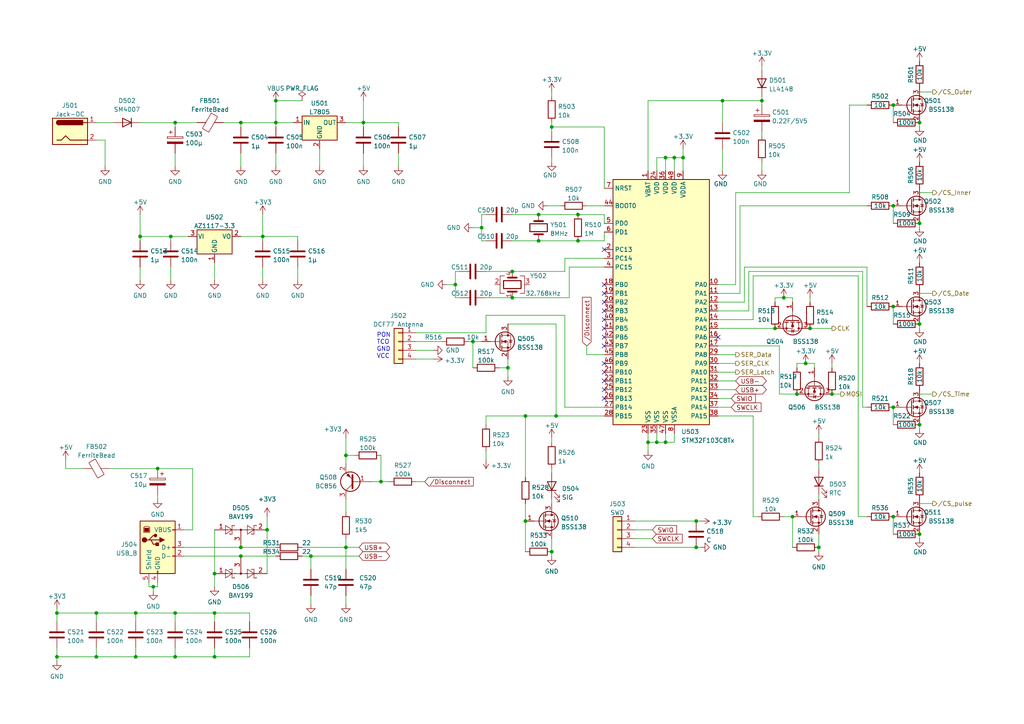
<source format=kicad_sch>
(kicad_sch (version 20211123) (generator eeschema)
  (paper "A4")
  (junction (at 259.08 149.86))
  (junction (at 187.96 128.27))
  (junction (at 80.01 29.21))
  (junction (at 80.01 35.56))
  (junction (at 139.7 66.04))
  (junction (at 231.14 114.3))
  (junction (at 27.94 190.5))
  (junction (at 266.7 123.19))
  (junction (at 259.08 59.69))
  (junction (at 190.5 128.27))
  (junction (at 167.64 62.23))
  (junction (at 49.53 68.58))
  (junction (at 110.49 139.7))
  (junction (at 227.33 86.36))
  (junction (at 39.37 190.5))
  (junction (at 62.23 177.8))
  (junction (at 201.93 158.75))
  (junction (at 193.04 45.72))
  (junction (at 137.16 99.06))
  (junction (at 201.93 151.13))
  (junction (at 152.4 151.13))
  (junction (at 100.33 158.75))
  (junction (at 195.58 45.72))
  (junction (at 16.51 177.8))
  (junction (at 241.3 114.3))
  (junction (at 44.45 170.18))
  (junction (at 90.17 161.29))
  (junction (at 40.64 68.58))
  (junction (at 266.7 35.56))
  (junction (at 50.8 35.56))
  (junction (at 259.08 30.48))
  (junction (at 148.59 86.36))
  (junction (at 209.55 29.21))
  (junction (at 16.51 190.5))
  (junction (at 62.23 190.5))
  (junction (at 76.2 68.58))
  (junction (at 62.23 166.37))
  (junction (at 148.59 78.74))
  (junction (at 259.08 88.9))
  (junction (at 161.29 120.65))
  (junction (at 152.4 120.65))
  (junction (at 160.02 36.83))
  (junction (at 198.12 45.72))
  (junction (at 156.21 62.23))
  (junction (at 69.85 35.56))
  (junction (at 193.04 128.27))
  (junction (at 224.79 95.25))
  (junction (at 105.41 35.56))
  (junction (at 77.47 153.67))
  (junction (at 220.98 29.21))
  (junction (at 229.87 149.86))
  (junction (at 147.32 106.68))
  (junction (at 156.21 69.85))
  (junction (at 266.7 93.98))
  (junction (at 45.72 135.89))
  (junction (at 167.64 69.85))
  (junction (at 100.33 132.08))
  (junction (at 266.7 154.94))
  (junction (at 50.8 190.5))
  (junction (at 234.95 95.25))
  (junction (at 39.37 177.8))
  (junction (at 50.8 177.8))
  (junction (at 259.08 118.11))
  (junction (at 69.85 161.29))
  (junction (at 266.7 64.77))
  (junction (at 233.68 105.41))
  (junction (at 160.02 160.02))
  (junction (at 237.49 158.75))
  (junction (at 27.94 177.8))
  (junction (at 132.08 82.55))
  (junction (at 69.85 158.75))
  (no_connect (at 208.28 97.79))
  (no_connect (at 175.26 72.39))
  (no_connect (at 175.26 85.09))
  (no_connect (at 175.26 82.55))
  (no_connect (at 175.26 115.57))
  (no_connect (at 175.26 107.95))
  (no_connect (at 175.26 110.49))
  (no_connect (at 175.26 113.03))
  (no_connect (at 175.26 97.79))
  (no_connect (at 175.26 95.25))
  (no_connect (at 175.26 92.71))
  (no_connect (at 175.26 90.17))
  (no_connect (at 175.26 100.33))
  (no_connect (at 175.26 105.41))
  (no_connect (at 175.26 87.63))
  (wire (pts (xy 49.53 68.58) (xy 49.53 69.85)))
  (wire (pts (xy 86.36 77.47) (xy 86.36 81.28)))
  (wire (pts (xy 158.75 59.69) (xy 162.56 59.69)))
  (wire (pts (xy 193.04 128.27) (xy 193.04 125.73)))
  (wire (pts (xy 40.64 68.58) (xy 40.64 69.85)))
  (wire (pts (xy 220.98 27.94) (xy 220.98 29.21)))
  (wire (pts (xy 133.35 86.36) (xy 132.08 86.36)))
  (wire (pts (xy 233.68 105.41) (xy 236.22 105.41)))
  (wire (pts (xy 266.7 156.21) (xy 266.7 154.94)))
  (wire (pts (xy 140.97 130.81) (xy 140.97 133.35)))
  (wire (pts (xy 100.33 35.56) (xy 105.41 35.56)))
  (wire (pts (xy 190.5 45.72) (xy 193.04 45.72)))
  (wire (pts (xy 72.39 190.5) (xy 62.23 190.5)))
  (wire (pts (xy 217.17 90.17) (xy 217.17 78.74)))
  (wire (pts (xy 49.53 68.58) (xy 54.61 68.58)))
  (wire (pts (xy 160.02 36.83) (xy 175.26 36.83)))
  (wire (pts (xy 184.15 156.21) (xy 189.23 156.21)))
  (wire (pts (xy 170.18 102.87) (xy 175.26 102.87)))
  (wire (pts (xy 266.7 85.09) (xy 270.51 85.09)))
  (wire (pts (xy 217.17 78.74) (xy 250.19 78.74)))
  (wire (pts (xy 50.8 35.56) (xy 57.15 35.56)))
  (wire (pts (xy 234.95 95.25) (xy 241.3 95.25)))
  (wire (pts (xy 218.44 120.65) (xy 218.44 149.86)))
  (wire (pts (xy 62.23 177.8) (xy 62.23 180.34)))
  (wire (pts (xy 229.87 149.86) (xy 229.87 158.75)))
  (wire (pts (xy 107.95 139.7) (xy 110.49 139.7)))
  (wire (pts (xy 208.28 110.49) (xy 213.36 110.49)))
  (wire (pts (xy 105.41 29.21) (xy 105.41 35.56)))
  (wire (pts (xy 100.33 132.08) (xy 100.33 134.62)))
  (wire (pts (xy 55.88 153.67) (xy 55.88 135.89)))
  (wire (pts (xy 120.65 104.14) (xy 125.73 104.14)))
  (wire (pts (xy 115.57 35.56) (xy 105.41 35.56)))
  (wire (pts (xy 214.63 59.69) (xy 251.46 59.69)))
  (wire (pts (xy 100.33 172.72) (xy 100.33 175.26)))
  (wire (pts (xy 165.1 77.47) (xy 165.1 86.36)))
  (wire (pts (xy 76.2 77.47) (xy 76.2 81.28)))
  (wire (pts (xy 250.19 78.74) (xy 250.19 118.11)))
  (wire (pts (xy 190.5 128.27) (xy 193.04 128.27)))
  (wire (pts (xy 156.21 69.85) (xy 167.64 69.85)))
  (wire (pts (xy 152.4 120.65) (xy 161.29 120.65)))
  (wire (pts (xy 80.01 44.45) (xy 80.01 48.26)))
  (wire (pts (xy 100.33 156.21) (xy 100.33 158.75)))
  (wire (pts (xy 246.38 30.48) (xy 251.46 30.48)))
  (wire (pts (xy 62.23 153.67) (xy 62.23 166.37)))
  (wire (pts (xy 137.16 99.06) (xy 137.16 106.68)))
  (wire (pts (xy 27.94 190.5) (xy 39.37 190.5)))
  (wire (pts (xy 266.7 36.83) (xy 266.7 35.56)))
  (wire (pts (xy 45.72 168.91) (xy 45.72 170.18)))
  (wire (pts (xy 16.51 177.8) (xy 27.94 177.8)))
  (wire (pts (xy 170.18 59.69) (xy 175.26 59.69)))
  (wire (pts (xy 87.63 158.75) (xy 100.33 158.75)))
  (wire (pts (xy 184.15 158.75) (xy 201.93 158.75)))
  (wire (pts (xy 156.21 62.23) (xy 167.64 62.23)))
  (wire (pts (xy 105.41 44.45) (xy 105.41 48.26)))
  (wire (pts (xy 132.08 78.74) (xy 133.35 78.74)))
  (wire (pts (xy 152.4 146.05) (xy 152.4 151.13)))
  (wire (pts (xy 50.8 190.5) (xy 62.23 190.5)))
  (wire (pts (xy 53.34 158.75) (xy 69.85 158.75)))
  (wire (pts (xy 209.55 29.21) (xy 209.55 35.56)))
  (wire (pts (xy 139.7 66.04) (xy 139.7 62.23)))
  (wire (pts (xy 24.13 135.89) (xy 19.05 135.89)))
  (wire (pts (xy 72.39 177.8) (xy 62.23 177.8)))
  (wire (pts (xy 39.37 187.96) (xy 39.37 190.5)))
  (wire (pts (xy 69.85 35.56) (xy 69.85 36.83)))
  (wire (pts (xy 110.49 132.08) (xy 110.49 139.7)))
  (wire (pts (xy 234.95 86.36) (xy 234.95 87.63)))
  (wire (pts (xy 218.44 92.71) (xy 208.28 92.71)))
  (wire (pts (xy 90.17 161.29) (xy 104.14 161.29)))
  (wire (pts (xy 69.85 68.58) (xy 76.2 68.58)))
  (wire (pts (xy 208.28 105.41) (xy 213.36 105.41)))
  (wire (pts (xy 120.65 139.7) (xy 123.19 139.7)))
  (wire (pts (xy 187.96 29.21) (xy 209.55 29.21)))
  (wire (pts (xy 236.22 105.41) (xy 236.22 106.68)))
  (wire (pts (xy 100.33 144.78) (xy 100.33 148.59)))
  (wire (pts (xy 140.97 91.44) (xy 163.83 91.44)))
  (wire (pts (xy 72.39 187.96) (xy 72.39 190.5)))
  (wire (pts (xy 80.01 35.56) (xy 80.01 36.83)))
  (wire (pts (xy 16.51 176.53) (xy 16.51 177.8)))
  (wire (pts (xy 208.28 120.65) (xy 218.44 120.65)))
  (wire (pts (xy 40.64 35.56) (xy 50.8 35.56)))
  (wire (pts (xy 53.34 153.67) (xy 55.88 153.67)))
  (wire (pts (xy 62.23 190.5) (xy 62.23 187.96)))
  (wire (pts (xy 100.33 158.75) (xy 104.14 158.75)))
  (wire (pts (xy 201.93 158.75) (xy 203.2 158.75)))
  (wire (pts (xy 224.79 87.63) (xy 224.79 86.36)))
  (wire (pts (xy 208.28 118.11) (xy 212.09 118.11)))
  (wire (pts (xy 163.83 78.74) (xy 163.83 74.93)))
  (wire (pts (xy 237.49 158.75) (xy 237.49 160.02)))
  (wire (pts (xy 248.92 80.01) (xy 218.44 80.01)))
  (wire (pts (xy 39.37 177.8) (xy 39.37 180.34)))
  (wire (pts (xy 39.37 177.8) (xy 50.8 177.8)))
  (wire (pts (xy 163.83 91.44) (xy 163.83 118.11)))
  (wire (pts (xy 80.01 29.21) (xy 87.63 29.21)))
  (wire (pts (xy 251.46 77.47) (xy 251.46 88.9)))
  (wire (pts (xy 266.7 95.25) (xy 266.7 93.98)))
  (wire (pts (xy 161.29 120.65) (xy 175.26 120.65)))
  (wire (pts (xy 167.64 62.23) (xy 175.26 62.23)))
  (wire (pts (xy 160.02 36.83) (xy 160.02 38.1)))
  (wire (pts (xy 50.8 177.8) (xy 50.8 180.34)))
  (wire (pts (xy 44.45 170.18) (xy 44.45 171.45)))
  (wire (pts (xy 27.94 177.8) (xy 39.37 177.8)))
  (wire (pts (xy 120.65 99.06) (xy 128.27 99.06)))
  (wire (pts (xy 16.51 177.8) (xy 16.51 180.34)))
  (wire (pts (xy 195.58 45.72) (xy 198.12 45.72)))
  (wire (pts (xy 160.02 160.02) (xy 160.02 161.29)))
  (wire (pts (xy 77.47 149.86) (xy 77.47 153.67)))
  (wire (pts (xy 69.85 158.75) (xy 80.01 158.75)))
  (wire (pts (xy 209.55 29.21) (xy 220.98 29.21)))
  (wire (pts (xy 16.51 190.5) (xy 16.51 191.77)))
  (wire (pts (xy 198.12 45.72) (xy 198.12 49.53)))
  (wire (pts (xy 160.02 45.72) (xy 160.02 46.99)))
  (wire (pts (xy 55.88 135.89) (xy 45.72 135.89)))
  (wire (pts (xy 208.28 90.17) (xy 217.17 90.17)))
  (wire (pts (xy 246.38 55.88) (xy 246.38 30.48)))
  (wire (pts (xy 215.9 77.47) (xy 251.46 77.47)))
  (wire (pts (xy 213.36 55.88) (xy 213.36 82.55)))
  (wire (pts (xy 170.18 100.33) (xy 170.18 102.87)))
  (wire (pts (xy 53.34 161.29) (xy 69.85 161.29)))
  (wire (pts (xy 64.77 35.56) (xy 69.85 35.56)))
  (wire (pts (xy 218.44 80.01) (xy 218.44 92.71)))
  (wire (pts (xy 190.5 128.27) (xy 190.5 125.73)))
  (wire (pts (xy 152.4 138.43) (xy 152.4 120.65)))
  (wire (pts (xy 72.39 180.34) (xy 72.39 177.8)))
  (wire (pts (xy 160.02 35.56) (xy 160.02 36.83)))
  (wire (pts (xy 49.53 68.58) (xy 40.64 68.58)))
  (wire (pts (xy 45.72 170.18) (xy 44.45 170.18)))
  (wire (pts (xy 215.9 87.63) (xy 215.9 77.47)))
  (wire (pts (xy 115.57 36.83) (xy 115.57 35.56)))
  (wire (pts (xy 50.8 187.96) (xy 50.8 190.5)))
  (wire (pts (xy 187.96 49.53) (xy 187.96 29.21)))
  (wire (pts (xy 160.02 127) (xy 160.02 128.27)))
  (wire (pts (xy 62.23 166.37) (xy 62.23 170.18)))
  (wire (pts (xy 266.7 26.67) (xy 270.51 26.67)))
  (wire (pts (xy 140.97 69.85) (xy 139.7 69.85)))
  (wire (pts (xy 208.28 85.09) (xy 214.63 85.09)))
  (wire (pts (xy 213.36 55.88) (xy 246.38 55.88)))
  (wire (pts (xy 218.44 149.86) (xy 219.71 149.86)))
  (wire (pts (xy 259.08 149.86) (xy 259.08 154.94)))
  (wire (pts (xy 105.41 35.56) (xy 105.41 36.83)))
  (wire (pts (xy 184.15 151.13) (xy 201.93 151.13)))
  (wire (pts (xy 132.08 82.55) (xy 132.08 78.74)))
  (wire (pts (xy 266.7 114.3) (xy 270.51 114.3)))
  (wire (pts (xy 140.97 86.36) (xy 148.59 86.36)))
  (wire (pts (xy 227.33 86.36) (xy 229.87 86.36)))
  (wire (pts (xy 175.26 62.23) (xy 175.26 64.77)))
  (wire (pts (xy 220.98 38.1) (xy 220.98 39.37)))
  (wire (pts (xy 140.97 78.74) (xy 148.59 78.74)))
  (wire (pts (xy 259.08 118.11) (xy 259.08 123.19)))
  (wire (pts (xy 160.02 156.21) (xy 160.02 160.02)))
  (wire (pts (xy 129.54 82.55) (xy 132.08 82.55)))
  (wire (pts (xy 163.83 118.11) (xy 175.26 118.11)))
  (wire (pts (xy 148.59 78.74) (xy 163.83 78.74)))
  (wire (pts (xy 147.32 93.98) (xy 161.29 93.98)))
  (wire (pts (xy 43.18 170.18) (xy 43.18 168.91)))
  (wire (pts (xy 198.12 45.72) (xy 198.12 43.18)))
  (wire (pts (xy 90.17 161.29) (xy 90.17 165.1)))
  (wire (pts (xy 241.3 114.3) (xy 243.84 114.3)))
  (wire (pts (xy 115.57 44.45) (xy 115.57 48.26)))
  (wire (pts (xy 44.45 170.18) (xy 43.18 170.18)))
  (wire (pts (xy 266.7 124.46) (xy 266.7 123.19)))
  (wire (pts (xy 90.17 172.72) (xy 90.17 175.26)))
  (wire (pts (xy 69.85 35.56) (xy 80.01 35.56)))
  (wire (pts (xy 147.32 106.68) (xy 147.32 109.22)))
  (wire (pts (xy 193.04 45.72) (xy 193.04 49.53)))
  (wire (pts (xy 39.37 190.5) (xy 50.8 190.5)))
  (wire (pts (xy 190.5 49.53) (xy 190.5 45.72)))
  (wire (pts (xy 160.02 144.78) (xy 160.02 146.05)))
  (wire (pts (xy 110.49 139.7) (xy 113.03 139.7)))
  (wire (pts (xy 229.87 86.36) (xy 229.87 87.63)))
  (wire (pts (xy 137.16 99.06) (xy 139.7 99.06)))
  (wire (pts (xy 76.2 68.58) (xy 76.2 69.85)))
  (wire (pts (xy 259.08 30.48) (xy 259.08 35.56)))
  (wire (pts (xy 40.64 62.23) (xy 40.64 68.58)))
  (wire (pts (xy 193.04 128.27) (xy 195.58 128.27)))
  (wire (pts (xy 77.47 153.67) (xy 77.47 166.37)))
  (wire (pts (xy 140.97 120.65) (xy 140.97 123.19)))
  (wire (pts (xy 27.94 40.64) (xy 30.48 40.64)))
  (wire (pts (xy 187.96 128.27) (xy 190.5 128.27)))
  (wire (pts (xy 160.02 135.89) (xy 160.02 137.16)))
  (wire (pts (xy 132.08 86.36) (xy 132.08 82.55)))
  (wire (pts (xy 87.63 161.29) (xy 90.17 161.29)))
  (wire (pts (xy 147.32 104.14) (xy 147.32 106.68)))
  (wire (pts (xy 208.28 113.03) (xy 213.36 113.03)))
  (wire (pts (xy 237.49 125.73) (xy 237.49 127)))
  (wire (pts (xy 187.96 128.27) (xy 187.96 130.81)))
  (wire (pts (xy 100.33 132.08) (xy 102.87 132.08)))
  (wire (pts (xy 148.59 69.85) (xy 156.21 69.85)))
  (wire (pts (xy 120.65 101.6) (xy 125.73 101.6)))
  (wire (pts (xy 27.94 177.8) (xy 27.94 180.34)))
  (wire (pts (xy 266.7 55.88) (xy 270.51 55.88)))
  (wire (pts (xy 237.49 154.94) (xy 237.49 158.75)))
  (wire (pts (xy 50.8 35.56) (xy 50.8 36.83)))
  (wire (pts (xy 50.8 177.8) (xy 62.23 177.8)))
  (wire (pts (xy 92.71 43.18) (xy 92.71 48.26)))
  (wire (pts (xy 208.28 107.95) (xy 213.36 107.95)))
  (wire (pts (xy 266.7 146.05) (xy 270.51 146.05)))
  (wire (pts (xy 16.51 187.96) (xy 16.51 190.5)))
  (wire (pts (xy 266.7 66.04) (xy 266.7 64.77)))
  (wire (pts (xy 241.3 105.41) (xy 241.3 106.68)))
  (wire (pts (xy 49.53 77.47) (xy 49.53 81.28)))
  (wire (pts (xy 27.94 35.56) (xy 33.02 35.56)))
  (wire (pts (xy 135.89 99.06) (xy 137.16 99.06)))
  (wire (pts (xy 140.97 96.52) (xy 140.97 91.44)))
  (wire (pts (xy 237.49 134.62) (xy 237.49 135.89)))
  (wire (pts (xy 175.26 77.47) (xy 165.1 77.47)))
  (wire (pts (xy 220.98 46.99) (xy 220.98 49.53)))
  (wire (pts (xy 208.28 95.25) (xy 224.79 95.25)))
  (wire (pts (xy 259.08 88.9) (xy 259.08 93.98)))
  (wire (pts (xy 195.58 49.53) (xy 195.58 45.72)))
  (wire (pts (xy 69.85 161.29) (xy 80.01 161.29)))
  (wire (pts (xy 19.05 135.89) (xy 19.05 133.35)))
  (wire (pts (xy 16.51 190.5) (xy 27.94 190.5)))
  (wire (pts (xy 80.01 29.21) (xy 80.01 35.56)))
  (wire (pts (xy 208.28 115.57) (xy 212.09 115.57)))
  (wire (pts (xy 248.92 149.86) (xy 248.92 80.01)))
  (wire (pts (xy 120.65 96.52) (xy 140.97 96.52)))
  (wire (pts (xy 160.02 26.67) (xy 160.02 27.94)))
  (wire (pts (xy 137.16 66.04) (xy 139.7 66.04)))
  (wire (pts (xy 193.04 45.72) (xy 195.58 45.72)))
  (wire (pts (xy 161.29 93.98) (xy 161.29 120.65)))
  (wire (pts (xy 224.79 86.36) (xy 227.33 86.36)))
  (wire (pts (xy 250.19 118.11) (xy 251.46 118.11)))
  (wire (pts (xy 69.85 44.45) (xy 69.85 48.26)))
  (wire (pts (xy 237.49 143.51) (xy 237.49 144.78)))
  (wire (pts (xy 184.15 153.67) (xy 189.23 153.67)))
  (wire (pts (xy 208.28 82.55) (xy 213.36 82.55)))
  (wire (pts (xy 30.48 40.64) (xy 30.48 48.26)))
  (wire (pts (xy 208.28 102.87) (xy 213.36 102.87)))
  (wire (pts (xy 220.98 29.21) (xy 220.98 30.48)))
  (wire (pts (xy 76.2 62.23) (xy 76.2 68.58)))
  (wire (pts (xy 214.63 59.69) (xy 214.63 85.09)))
  (wire (pts (xy 163.83 74.93) (xy 175.26 74.93)))
  (wire (pts (xy 144.78 106.68) (xy 147.32 106.68)))
  (wire (pts (xy 45.72 143.51) (xy 45.72 144.78)))
  (wire (pts (xy 220.98 19.05) (xy 220.98 20.32)))
  (wire (pts (xy 195.58 128.27) (xy 195.58 125.73)))
  (wire (pts (xy 86.36 68.58) (xy 86.36 69.85)))
  (wire (pts (xy 152.4 151.13) (xy 152.4 160.02)))
  (wire (pts (xy 80.01 35.56) (xy 85.09 35.56)))
  (wire (pts (xy 226.06 100.33) (xy 226.06 114.3)))
  (wire (pts (xy 40.64 77.47) (xy 40.64 81.28)))
  (wire (pts (xy 76.2 68.58) (xy 86.36 68.58)))
  (wire (pts (xy 259.08 59.69) (xy 259.08 64.77)))
  (wire (pts (xy 100.33 127) (xy 100.33 132.08)))
  (wire (pts (xy 227.33 149.86) (xy 229.87 149.86)))
  (wire (pts (xy 100.33 158.75) (xy 100.33 165.1)))
  (wire (pts (xy 45.72 135.89) (xy 31.75 135.89)))
  (wire (pts (xy 27.94 187.96) (xy 27.94 190.5)))
  (wire (pts (xy 226.06 114.3) (xy 231.14 114.3)))
  (wire (pts (xy 208.28 100.33) (xy 226.06 100.33)))
  (wire (pts (xy 139.7 69.85) (xy 139.7 66.04)))
  (wire (pts (xy 231.14 106.68) (xy 231.14 105.41)))
  (wire (pts (xy 148.59 86.36) (xy 165.1 86.36)))
  (wire (pts (xy 140.97 120.65) (xy 152.4 120.65)))
  (wire (pts (xy 201.93 151.13) (xy 203.2 151.13)))
  (wire (pts (xy 50.8 44.45) (xy 50.8 48.26)))
  (wire (pts (xy 148.59 62.23) (xy 156.21 62.23)))
  (wire (pts (xy 208.28 87.63) (xy 215.9 87.63)))
  (wire (pts (xy 251.46 149.86) (xy 248.92 149.86)))
  (wire (pts (xy 187.96 125.73) (xy 187.96 128.27)))
  (wire (pts (xy 175.26 36.83) (xy 175.26 54.61)))
  (wire (pts (xy 167.64 69.85) (xy 175.26 69.85)))
  (wire (pts (xy 231.14 105.41) (xy 233.68 105.41)))
  (wire (pts (xy 139.7 62.23) (xy 140.97 62.23)))
  (wire (pts (xy 62.23 76.2) (xy 62.23 81.28)))
  (wire (pts (xy 209.55 43.18) (xy 209.55 49.53)))
  (wire (pts (xy 175.26 69.85) (xy 175.26 67.31)))
  (text "PON\nTCO\nGND\nVCC" (at 109.22 104.14 0) (effects (font (size 1.27 1.27)) (justify left bottom)))
  (global_label "SWIO" (shape input) (at 212.09 115.57 0) (property "Intersheet References" "${INTERSHEET_REFS}" (effects hide)))
  (global_label "USB-" (shape bidirectional) (at 104.14 161.29 0) (property "Intersheet References" "${INTERSHEET_REFS}" (effects hide)))
  (global_label "SWCLK" (shape input) (at 189.23 156.21 0) (property "Intersheet References" "${INTERSHEET_REFS}" (effects hide)))
  (global_label "USB+" (shape bidirectional) (at 213.36 113.03 0) (property "Intersheet References" "${INTERSHEET_REFS}" (effects hide)))
  (global_label "USB-" (shape bidirectional) (at 213.36 110.49 0) (property "Intersheet References" "${INTERSHEET_REFS}" (effects hide)))
  (global_label "{slash}Disconnect" (shape input) (at 123.19 139.7 0) (property "Intersheet References" "${INTERSHEET_REFS}" (effects hide)))
  (global_label "SWCLK" (shape input) (at 212.09 118.11 0) (property "Intersheet References" "${INTERSHEET_REFS}" (effects hide)))
  (global_label "USB+" (shape bidirectional) (at 104.14 158.75 0) (property "Intersheet References" "${INTERSHEET_REFS}" (effects hide)))
  (global_label "{slash}Disconnect" (shape input) (at 170.18 100.33 90) (property "Intersheet References" "${INTERSHEET_REFS}" (effects hide)))
  (global_label "SWIO" (shape input) (at 189.23 153.67 0) (property "Intersheet References" "${INTERSHEET_REFS}" (effects hide)))
  (hierarchical_label "CLK" (shape output) (at 241.3 95.25 0))
  (hierarchical_label "{slash}CS_pulse" (shape output) (at 270.51 146.05 0))
  (hierarchical_label "MOSI" (shape output) (at 243.84 114.3 0))
  (hierarchical_label "{slash}CS_Date" (shape output) (at 270.51 85.09 0))
  (hierarchical_label "{slash}CS_Time" (shape output) (at 270.51 114.3 0))
  (hierarchical_label "{slash}CS_Inner" (shape output) (at 270.51 55.88 0))
  (hierarchical_label "{slash}CS_Outer" (shape output) (at 270.51 26.67 0))
  (hierarchical_label "SER_Latch" (shape output) (at 213.36 107.95 0))
  (hierarchical_label "SER_Data" (shape output) (at 213.36 102.87 0))
  (hierarchical_label "SER_CLK" (shape output) (at 213.36 105.41 0))
  (symbol (lib_id "Device:C") (at 62.23 184.15 0) (unit 1)
    (property "Reference" "C525" (at 65.151 183.3153 0) (effects (justify left)))
    (property "Value" "100n" (at 65.151 185.8522 0) (effects (justify left)))
    (property "Footprint" "Capacitor_SMD:C_0805_2012Metric" (effects hide))
  )
  (symbol (lib_id "Transistor_BJT:BC856") (at 102.87 139.7 180) (unit 1)
    (property "Reference" "Q508" (at 97.79 138.4299 0) (effects (justify left)))
    (property "Value" "BC856" (at 97.79 140.9699 0) (effects (justify left)))
    (property "Footprint" "Package_TO_SOT_SMD:SOT-23" (effects hide))
    (property "Datasheet" "https://www.onsemi.com/pub/Collateral/BC860-D.pdf" (effects hide))
  )
  (symbol (lib_id "power:GND") (at 62.23 81.28 0) (unit 1)
    (property "Reference" "#PWR0531" (effects hide))
    (property "Value" "GND" (at 62.23 85.7234 0))
  )
  (symbol (lib_id "Device:C") (at 100.33 168.91 0) (unit 1)
    (property "Reference" "C520" (at 104.14 167.6399 0) (effects (justify left)))
    (property "Value" "47p" (at 104.14 170.1799 0) (effects (justify left)))
    (property "Footprint" "Capacitor_SMD:C_0805_2012Metric" (effects hide))
  )
  (symbol (lib_id "Device:C_Polarized") (at 45.72 139.7 0) (mirror y) (unit 1)
    (property "Reference" "C517" (at 42.799 137.9763 0) (effects (justify left)))
    (property "Value" "10µ" (at 42.799 140.5132 0) (effects (justify left)))
    (property "Footprint" "Capacitor_SMD:C_0805_2012Metric" (effects hide))
  )
  (symbol (lib_id "power:+5V") (at 266.7 76.2 0) (unit 1)
    (property "Reference" "#PWR0522" (effects hide))
    (property "Value" "+5V" (at 266.7 72.6242 0))
  )
  (symbol (lib_id "Device:C") (at 144.78 69.85 270) (unit 1)
    (property "Reference" "C510" (at 140.97 68.58 90))
    (property "Value" "20p" (at 148.59 68.58 90))
    (property "Footprint" "Capacitor_SMD:C_0805_2012Metric" (effects hide))
  )
  (symbol (lib_id "Device:R") (at 255.27 88.9 90) (unit 1)
    (property "Reference" "R512" (at 255.27 86.36 90))
    (property "Value" "10k" (at 255.27 88.9 90))
    (property "Footprint" "Resistor_SMD:R_0805_2012Metric" (effects hide))
  )
  (symbol (lib_id "power:GND") (at 137.16 66.04 270) (unit 1)
    (property "Reference" "#PWR0520" (effects hide))
    (property "Value" "GND" (at 129.54 66.04 90) (effects (justify left)))
  )
  (symbol (lib_id "Device:R") (at 160.02 132.08 180) (unit 1)
    (property "Reference" "R526" (at 161.798 131.2453 0) (effects (justify right)))
    (property "Value" "1k" (at 161.798 133.7822 0) (effects (justify right)))
    (property "Footprint" "Resistor_SMD:R_0805_2012Metric" (effects hide))
  )
  (symbol (lib_id "Transistor_FET:BSS138") (at 229.87 92.71 270) (unit 1)
    (property "Reference" "Q504" (at 224.79 99.06 90))
    (property "Value" "BSS138" (at 233.68 99.06 90))
    (property "Footprint" "Package_TO_SOT_SMD:SOT-23" (effects hide))
    (property "Datasheet" "https://www.onsemi.com/pub/Collateral/BSS138-D.PDF" (effects hide))
  )
  (symbol (lib_id "Device:R") (at 255.27 59.69 90) (unit 1)
    (property "Reference" "R508" (at 255.27 57.15 90))
    (property "Value" "10k" (at 255.27 59.69 90))
    (property "Footprint" "Resistor_SMD:R_0805_2012Metric" (effects hide))
  )
  (symbol (lib_id "power:+5V") (at 160.02 127 0) (unit 1)
    (property "Reference" "#PWR0543" (effects hide))
    (property "Value" "+5V" (at 160.02 123.4242 0))
  )
  (symbol (lib_id "power:GND") (at 90.17 175.26 0) (mirror y) (unit 1)
    (property "Reference" "#PWR0555" (effects hide))
    (property "Value" "GND" (at 90.17 179.7034 0))
  )
  (symbol (lib_id "power:+5V") (at 266.7 137.16 0) (unit 1)
    (property "Reference" "#PWR0559" (effects hide))
    (property "Value" "+5V" (at 266.7 133.5842 0))
  )
  (symbol (lib_id "Device:LED") (at 237.49 139.7 90) (unit 1)
    (property "Reference" "D503" (at 240.411 140.4528 90) (effects (justify right)))
    (property "Value" "RTC" (at 240.411 142.9897 90) (effects (justify right)))
    (property "Footprint" "LED_SMD:LED_0603_1608Metric" (effects hide))
  )
  (symbol (lib_id "Device:C") (at 27.94 184.15 0) (unit 1)
    (property "Reference" "C522" (at 30.861 183.3153 0) (effects (justify left)))
    (property "Value" "100n" (at 30.861 185.8522 0) (effects (justify left)))
    (property "Footprint" "Capacitor_SMD:C_0805_2012Metric" (effects hide))
  )
  (symbol (lib_id "power:+5V") (at 40.64 62.23 0) (unit 1)
    (property "Reference" "#PWR0523" (effects hide))
    (property "Value" "+5V" (at 40.64 58.6542 0))
  )
  (symbol (lib_id "Device:C") (at 80.01 40.64 0) (unit 1)
    (property "Reference" "C505" (at 82.931 39.8053 0) (effects (justify left)))
    (property "Value" "100n" (at 82.931 42.3422 0) (effects (justify left)))
    (property "Footprint" "Capacitor_SMD:C_0805_2012Metric" (effects hide))
  )
  (symbol (lib_id "power:+3.3V") (at 220.98 19.05 0) (unit 1)
    (property "Reference" "#PWR0502" (effects hide))
    (property "Value" "+3.3V" (at 220.98 15.4742 0))
  )
  (symbol (lib_id "Device:C_Polarized") (at 50.8 40.64 0) (unit 1)
    (property "Reference" "C503" (at 53.721 38.9163 0) (effects (justify left)))
    (property "Value" "100µ" (at 53.721 41.4532 0) (effects (justify left)))
    (property "Footprint" "Capacitor_SMD:C_0805_2012Metric" (effects hide))
  )
  (symbol (lib_id "Device:C") (at 144.78 62.23 270) (unit 1)
    (property "Reference" "C509" (at 140.97 60.96 90))
    (property "Value" "20p" (at 148.59 60.96 90))
    (property "Footprint" "Capacitor_SMD:C_0805_2012Metric" (effects hide))
  )
  (symbol (lib_id "power:PWR_FLAG") (at 87.63 29.21 0) (unit 1)
    (property "Reference" "#FLG0501" (effects hide))
    (property "Value" "PWR_FLAG" (at 87.63 25.6342 0))
  )
  (symbol (lib_id "power:GND") (at 147.32 109.22 0) (unit 1)
    (property "Reference" "#PWR0539" (effects hide))
    (property "Value" "GND" (at 147.32 113.6634 0))
  )
  (symbol (lib_id "Device:LED") (at 160.02 140.97 90) (unit 1)
    (property "Reference" "D504" (at 162.941 141.7228 90) (effects (justify right)))
    (property "Value" "SIG" (at 162.941 144.2597 90) (effects (justify right)))
    (property "Footprint" "LED_SMD:LED_0603_1608Metric" (effects hide))
  )
  (symbol (lib_id "power:+3V3") (at 76.2 62.23 0) (unit 1)
    (property "Reference" "#PWR0524" (effects hide))
    (property "Value" "+3V3" (at 76.2 58.6542 0))
  )
  (symbol (lib_id "power:GND") (at 92.71 48.26 0) (unit 1)
    (property "Reference" "#PWR0514" (effects hide))
    (property "Value" "GND" (at 92.71 52.7034 0))
  )
  (symbol (lib_id "Regulator_Linear:L7805") (at 92.71 35.56 0) (unit 1)
    (property "Reference" "U501" (at 92.71 29.9552 0))
    (property "Value" "L7805" (at 92.71 32.4921 0))
    (property "Footprint" "Package_TO_SOT_SMD:TO-252-2" (effects hide))
    (property "Datasheet" "http://www.st.com/content/ccc/resource/technical/document/datasheet/41/4f/b3/b0/12/d4/47/88/CD00000444.pdf/files/CD00000444.pdf/jcr:content/translations/en.CD00000444.pdf" (effects hide))
  )
  (symbol (lib_id "Device:C") (at 86.36 73.66 0) (unit 1)
    (property "Reference" "C516" (at 89.281 72.8253 0) (effects (justify left)))
    (property "Value" "1µ" (at 89.281 75.3622 0) (effects (justify left)))
    (property "Footprint" "Capacitor_SMD:C_0805_2012Metric" (effects hide))
  )
  (symbol (lib_id "power:+5V") (at 105.41 29.21 0) (unit 1)
    (property "Reference" "#PWR0505" (effects hide))
    (property "Value" "+5V" (at 105.41 25.6342 0))
  )
  (symbol (lib_id "Device:R") (at 83.82 158.75 90) (unit 1)
    (property "Reference" "R531" (at 78.74 157.48 90))
    (property "Value" "22" (at 88.9 157.48 90))
    (property "Footprint" "Resistor_SMD:R_0805_2012Metric" (effects hide))
  )
  (symbol (lib_id "Connector_Generic:Conn_01x04") (at 179.07 153.67 0) (mirror y) (unit 1)
    (property "Reference" "J503" (at 179.07 146.1602 0))
    (property "Value" "SWD" (at 179.07 148.6971 0))
    (property "Footprint" "Connector_PinHeader_2.54mm:PinHeader_1x04_P2.54mm_Horizontal" (effects hide))
  )
  (symbol (lib_id "power:GND") (at 76.2 81.28 0) (unit 1)
    (property "Reference" "#PWR0532" (effects hide))
    (property "Value" "GND" (at 76.2 85.7234 0))
  )
  (symbol (lib_id "power:VBUS") (at 80.01 29.21 0) (unit 1)
    (property "Reference" "#PWR0504" (effects hide))
    (property "Value" "VBUS" (at 80.01 25.6342 0))
  )
  (symbol (lib_id "Device:R") (at 255.27 118.11 90) (unit 1)
    (property "Reference" "R521" (at 255.27 115.57 90))
    (property "Value" "10k" (at 255.27 118.11 90))
    (property "Footprint" "Resistor_SMD:R_0805_2012Metric" (effects hide))
  )
  (symbol (lib_id "Transistor_FET:BSS138") (at 264.16 30.48 0) (unit 1)
    (property "Reference" "Q501" (at 270.51 29.21 0))
    (property "Value" "BSS138" (at 273.05 31.75 0))
    (property "Footprint" "Package_TO_SOT_SMD:SOT-23" (effects hide))
    (property "Datasheet" "https://www.onsemi.com/pub/Collateral/BSS138-D.PDF" (effects hide))
  )
  (symbol (lib_id "Device:C") (at 115.57 40.64 0) (unit 1)
    (property "Reference" "C507" (at 118.491 39.8053 0) (effects (justify left)))
    (property "Value" "1µ" (at 118.491 42.3422 0) (effects (justify left)))
    (property "Footprint" "Capacitor_SMD:C_0805_2012Metric" (effects hide))
  )
  (symbol (lib_id "Transistor_FET:BSS138") (at 264.16 88.9 0) (unit 1)
    (property "Reference" "Q503" (at 270.51 87.63 0))
    (property "Value" "BSS138" (at 273.05 90.17 0))
    (property "Footprint" "Package_TO_SOT_SMD:SOT-23" (effects hide))
    (property "Datasheet" "https://www.onsemi.com/pub/Collateral/BSS138-D.PDF" (effects hide))
  )
  (symbol (lib_id "Device:C") (at 160.02 41.91 0) (unit 1)
    (property "Reference" "C508" (at 162.941 41.0753 0) (effects (justify left)))
    (property "Value" "100n" (at 162.941 43.6122 0) (effects (justify left)))
    (property "Footprint" "Capacitor_SMD:C_0805_2012Metric" (effects hide))
  )
  (symbol (lib_id "power:+3.3V") (at 227.33 86.36 0) (unit 1)
    (property "Reference" "#PWR0526" (effects hide))
    (property "Value" "+3.3V" (at 227.33 82.7842 0))
  )
  (symbol (lib_id "power:+3.3V") (at 140.97 133.35 180) (unit 1)
    (property "Reference" "#PWR0546" (effects hide))
    (property "Value" "+3.3V" (at 142.367 135.0538 0) (effects (justify right)))
  )
  (symbol (lib_id "Device:R") (at 262.89 35.56 90) (unit 1)
    (property "Reference" "R504" (at 261.62 33.02 90))
    (property "Value" "100k" (at 262.89 35.56 90))
    (property "Footprint" "Resistor_SMD:R_0805_2012Metric" (effects hide))
  )
  (symbol (lib_id "power:GND") (at 40.64 81.28 0) (unit 1)
    (property "Reference" "#PWR0529" (effects hide))
    (property "Value" "GND" (at 40.64 85.7234 0))
  )
  (symbol (lib_id "Transistor_FET:BSS138") (at 264.16 149.86 0) (unit 1)
    (property "Reference" "Q511" (at 270.51 148.59 0))
    (property "Value" "BSS138" (at 273.05 151.13 0))
    (property "Footprint" "Package_TO_SOT_SMD:SOT-23" (effects hide))
    (property "Datasheet" "https://www.onsemi.com/pub/Collateral/BSS138-D.PDF" (effects hide))
  )
  (symbol (lib_id "power:+5V") (at 19.05 133.35 0) (mirror y) (unit 1)
    (property "Reference" "#PWR0545" (effects hide))
    (property "Value" "+5V" (at 19.05 129.7742 0))
  )
  (symbol (lib_id "Transistor_FET:BSS138") (at 234.95 149.86 0) (unit 1)
    (property "Reference" "Q509" (at 240.157 149.0253 0) (effects (justify left)))
    (property "Value" "BSS138" (at 240.157 151.5622 0) (effects (justify left)))
    (property "Footprint" "Package_TO_SOT_SMD:SOT-23" (effects hide))
    (property "Datasheet" "https://www.onsemi.com/pub/Collateral/BSS138-D.PDF" (effects hide))
  )
  (symbol (lib_id "Transistor_FET:BSS138") (at 264.16 118.11 0) (unit 1)
    (property "Reference" "Q507" (at 270.51 116.84 0))
    (property "Value" "BSS138" (at 273.05 119.38 0))
    (property "Footprint" "Package_TO_SOT_SMD:SOT-23" (effects hide))
    (property "Datasheet" "https://www.onsemi.com/pub/Collateral/BSS138-D.PDF" (effects hide))
  )
  (symbol (lib_id "power:+3.3V") (at 198.12 43.18 0) (unit 1)
    (property "Reference" "#PWR0507" (effects hide))
    (property "Value" "+3.3V" (at 198.12 39.6042 0))
  )
  (symbol (lib_id "power:GND") (at 16.51 191.77 0) (unit 1)
    (property "Reference" "#PWR0558" (effects hide))
    (property "Value" "GND" (at 16.51 196.2134 0))
  )
  (symbol (lib_id "power:+3.3V") (at 233.68 105.41 0) (unit 1)
    (property "Reference" "#PWR0536" (effects hide))
    (property "Value" "+3.3V" (at 233.68 101.8342 0))
  )
  (symbol (lib_id "Transistor_FET:BSS138") (at 264.16 59.69 0) (unit 1)
    (property "Reference" "Q502" (at 270.51 58.42 0))
    (property "Value" "BSS138" (at 273.05 60.96 0))
    (property "Footprint" "Package_TO_SOT_SMD:SOT-23" (effects hide))
    (property "Datasheet" "https://www.onsemi.com/pub/Collateral/BSS138-D.PDF" (effects hide))
  )
  (symbol (lib_id "Device:R") (at 266.7 21.59 180) (unit 1)
    (property "Reference" "R501" (at 264.16 21.59 90))
    (property "Value" "10k" (at 266.7 21.59 90))
    (property "Footprint" "Resistor_SMD:R_0805_2012Metric" (effects hide))
  )
  (symbol (lib_id "power:GND") (at 266.7 66.04 0) (unit 1)
    (property "Reference" "#PWR0521" (effects hide))
    (property "Value" "GND" (at 264.8155 69.9433 0) (effects (justify left)))
  )
  (symbol (lib_id "power:GND") (at 49.53 81.28 0) (unit 1)
    (property "Reference" "#PWR0530" (effects hide))
    (property "Value" "GND" (at 49.53 85.7234 0))
  )
  (symbol (lib_id "power:+3.3V") (at 125.73 104.14 270) (unit 1)
    (property "Reference" "#PWR0535" (effects hide))
    (property "Value" "+3.3V" (at 128.905 104.5738 90) (effects (justify left)))
  )
  (symbol (lib_id "power:GND") (at 266.7 156.21 0) (unit 1)
    (property "Reference" "#PWR0560" (effects hide))
    (property "Value" "GND" (at 264.8155 160.1133 0) (effects (justify left)))
  )
  (symbol (lib_id "Device:R") (at 140.97 127 180) (unit 1)
    (property "Reference" "R523" (at 142.748 126.1653 0) (effects (justify right)))
    (property "Value" "10k" (at 142.748 128.7022 0) (effects (justify right)))
    (property "Footprint" "Resistor_SMD:R_0805_2012Metric" (effects hide))
  )
  (symbol (lib_id "power:+3V3") (at 77.47 149.86 0) (unit 1)
    (property "Reference" "#PWR0548" (effects hide))
    (property "Value" "+3V3" (at 77.47 144.78 0))
  )
  (symbol (lib_id "MCU_ST_STM32F1:STM32F103C8Tx") (at 193.04 87.63 0) (unit 1)
    (property "Reference" "U503" (at 197.5994 125.2204 0) (effects (justify left)))
    (property "Value" "STM32F103C8Tx" (at 197.5994 127.7573 0) (effects (justify left)))
    (property "Footprint" "Package_QFP:LQFP-48_7x7mm_P0.5mm" (effects hide))
    (property "Datasheet" "http://www.st.com/st-web-ui/static/active/en/resource/technical/document/datasheet/CD00161566.pdf" (effects hide))
  )
  (symbol (lib_id "Device:C") (at 69.85 40.64 0) (unit 1)
    (property "Reference" "C504" (at 72.771 39.8053 0) (effects (justify left)))
    (property "Value" "1µ" (at 72.771 42.3422 0) (effects (justify left)))
    (property "Footprint" "Capacitor_SMD:C_0805_2012Metric" (effects hide))
  )
  (symbol (lib_id "power:GND") (at 69.85 48.26 0) (unit 1)
    (property "Reference" "#PWR0512" (effects hide))
    (property "Value" "GND" (at 69.85 52.7034 0))
  )
  (symbol (lib_id "Device:R") (at 100.33 152.4 180) (unit 1)
    (property "Reference" "R530" (at 102.87 151.1299 0) (effects (justify right)))
    (property "Value" "1k5" (at 102.87 153.6699 0) (effects (justify right)))
    (property "Footprint" "Resistor_SMD:R_0805_2012Metric" (effects hide))
  )
  (symbol (lib_id "power:GND") (at 158.75 59.69 270) (unit 1)
    (property "Reference" "#PWR0519" (effects hide))
    (property "Value" "GND" (at 151.13 59.69 90) (effects (justify left)))
  )
  (symbol (lib_id "power:+3V3") (at 100.33 127 0) (unit 1)
    (property "Reference" "#PWR0542" (effects hide))
    (property "Value" "+3V3" (at 96.52 124.46 0))
  )
  (symbol (lib_id "Device:D") (at 220.98 24.13 90) (unit 1)
    (property "Reference" "D501" (at 223.012 23.2953 90) (effects (justify right)))
    (property "Value" "LL4148" (at 223.012 25.8322 90) (effects (justify right)))
    (property "Footprint" "Diode_SMD:D_MiniMELF" (effects hide))
  )
  (symbol (lib_id "Diode:BAS40-04") (at 69.85 156.21 0) (unit 1)
    (property "Reference" "D505" (at 69.85 147.32 0))
    (property "Value" "BAV199" (at 69.85 149.86 0))
    (property "Footprint" "Package_TO_SOT_SMD:SOT-23" (effects hide))
    (property "Datasheet" "http://www.vishay.com/docs/85701/bas40v.pdf" (effects hide))
  )
  (symbol (lib_id "Device:R") (at 262.89 123.19 90) (unit 1)
    (property "Reference" "R522" (at 261.62 120.65 90))
    (property "Value" "100k" (at 262.89 123.19 90))
    (property "Footprint" "Resistor_SMD:R_0805_2012Metric" (effects hide))
  )
  (symbol (lib_id "power:GND") (at 62.23 170.18 0) (mirror y) (unit 1)
    (property "Reference" "#PWR0553" (effects hide))
    (property "Value" "GND" (at 62.23 174.6234 0))
  )
  (symbol (lib_id "power:GND") (at 160.02 46.99 0) (unit 1)
    (property "Reference" "#PWR0508" (effects hide))
    (property "Value" "GND" (at 157.48 50.8 0) (effects (justify left)))
  )
  (symbol (lib_id "Device:R") (at 106.68 132.08 270) (unit 1)
    (property "Reference" "R525" (at 106.68 127.3642 90))
    (property "Value" "100k" (at 106.68 129.9011 90))
    (property "Footprint" "Resistor_SMD:R_0805_2012Metric" (effects hide))
  )
  (symbol (lib_id "Device:R") (at 160.02 31.75 180) (unit 1)
    (property "Reference" "R503" (at 161.798 30.9153 0) (effects (justify right)))
    (property "Value" "10k" (at 161.798 33.4522 0) (effects (justify right)))
    (property "Footprint" "Resistor_SMD:R_0805_2012Metric" (effects hide))
  )
  (symbol (lib_id "Device:R") (at 166.37 59.69 90) (unit 1)
    (property "Reference" "R507" (at 166.37 54.9742 90))
    (property "Value" "10k" (at 166.37 57.5111 90))
    (property "Footprint" "Resistor_SMD:R_0805_2012Metric" (effects hide))
  )
  (symbol (lib_id "power:+5V") (at 234.95 86.36 0) (unit 1)
    (property "Reference" "#PWR0527" (effects hide))
    (property "Value" "+5V" (at 234.95 82.7842 0))
  )
  (symbol (lib_id "Device:R") (at 116.84 139.7 270) (unit 1)
    (property "Reference" "R527" (at 116.84 134.9842 90))
    (property "Value" "100k" (at 116.84 137.5211 90))
    (property "Footprint" "Resistor_SMD:R_0805_2012Metric" (effects hide))
  )
  (symbol (lib_id "Device:C") (at 209.55 39.37 0) (unit 1)
    (property "Reference" "C502" (at 212.471 38.5353 0) (effects (justify left)))
    (property "Value" "100n" (at 212.471 41.0722 0) (effects (justify left)))
    (property "Footprint" "Capacitor_SMD:C_0805_2012Metric" (effects hide))
  )
  (symbol (lib_id "power:GND") (at 50.8 48.26 0) (unit 1)
    (property "Reference" "#PWR0511" (effects hide))
    (property "Value" "GND" (at 50.8 52.7034 0))
  )
  (symbol (lib_id "Device:R") (at 132.08 99.06 90) (unit 1)
    (property "Reference" "R516" (at 125.73 97.79 90))
    (property "Value" "10k" (at 137.16 97.79 90))
    (property "Footprint" "Resistor_SMD:R_0805_2012Metric" (effects hide))
  )
  (symbol (lib_id "Device:C") (at 105.41 40.64 0) (unit 1)
    (property "Reference" "C506" (at 108.331 39.8053 0) (effects (justify left)))
    (property "Value" "100n" (at 108.331 42.3422 0) (effects (justify left)))
    (property "Footprint" "Capacitor_SMD:C_0805_2012Metric" (effects hide))
  )
  (symbol (lib_id "Device:R") (at 140.97 106.68 270) (unit 1)
    (property "Reference" "R517" (at 140.97 101.9642 90))
    (property "Value" "100k" (at 140.97 104.5011 90))
    (property "Footprint" "Resistor_SMD:R_0805_2012Metric" (effects hide))
  )
  (symbol (lib_id "Device:C") (at 76.2 73.66 0) (unit 1)
    (property "Reference" "C515" (at 79.121 72.8253 0) (effects (justify left)))
    (property "Value" "100n" (at 79.121 75.3622 0) (effects (justify left)))
    (property "Footprint" "Capacitor_SMD:C_0805_2012Metric" (effects hide))
  )
  (symbol (lib_id "power:GND") (at 237.49 160.02 0) (unit 1)
    (property "Reference" "#PWR0551" (effects hide))
    (property "Value" "GND" (at 237.49 164.4634 0))
  )
  (symbol (lib_id "power:GND") (at 160.02 161.29 0) (unit 1)
    (property "Reference" "#PWR0552" (effects hide))
    (property "Value" "GND" (at 160.02 165.7334 0))
  )
  (symbol (lib_id "power:+5V") (at 266.7 17.78 0) (unit 1)
    (property "Reference" "#PWR0501" (effects hide))
    (property "Value" "+5V" (at 266.7 14.2042 0))
  )
  (symbol (lib_id "power:GND") (at 129.54 82.55 270) (unit 1)
    (property "Reference" "#PWR0525" (effects hide))
    (property "Value" "GND" (at 121.92 82.55 90) (effects (justify left)))
  )
  (symbol (lib_id "Device:R") (at 152.4 142.24 180) (unit 1)
    (property "Reference" "R528" (at 154.178 141.4053 0) (effects (justify right)))
    (property "Value" "10k" (at 154.178 143.9422 0) (effects (justify right)))
    (property "Footprint" "Resistor_SMD:R_0805_2012Metric" (effects hide))
  )
  (symbol (lib_id "Device:R") (at 255.27 30.48 90) (unit 1)
    (property "Reference" "R502" (at 255.27 27.94 90))
    (property "Value" "10k" (at 255.27 30.48 90))
    (property "Footprint" "Resistor_SMD:R_0805_2012Metric" (effects hide))
  )
  (symbol (lib_id "Connector:USB_B") (at 45.72 158.75 0) (unit 1)
    (property "Reference" "J504" (at 39.878 157.9153 0) (effects (justify right)))
    (property "Value" "USB_B" (at 39.878 160.4522 0) (effects (justify right)))
    (property "Footprint" "Connector_USB:USB_B_OST_USB-B1HSxx_Horizontal" (effects hide))
    (property "Datasheet" " ~" (effects hide))
  )
  (symbol (lib_id "power:GND") (at 86.36 81.28 0) (unit 1)
    (property "Reference" "#PWR0533" (effects hide))
    (property "Value" "GND" (at 86.36 85.7234 0))
  )
  (symbol (lib_id "Diode:SM4007") (at 36.83 35.56 180) (unit 1)
    (property "Reference" "D502" (at 36.83 29.21 0))
    (property "Value" "SM4007" (at 36.83 31.75 0))
    (property "Footprint" "Diode_SMD:D_MELF" (effects hide))
    (property "Datasheet" "http://cdn-reichelt.de/documents/datenblatt/A400/SMD1N400%23DIO.pdf" (effects hide))
  )
  (symbol (lib_id "power:+5V") (at 266.7 46.99 0) (unit 1)
    (property "Reference" "#PWR0509" (effects hide))
    (property "Value" "+5V" (at 266.7 43.4142 0))
  )
  (symbol (lib_id "Device:R") (at 262.89 154.94 90) (unit 1)
    (property "Reference" "R537" (at 261.62 152.4 90))
    (property "Value" "100k" (at 262.89 154.94 90))
    (property "Footprint" "Resistor_SMD:R_0805_2012Metric" (effects hide))
  )
  (symbol (lib_id "Device:R") (at 262.89 64.77 90) (unit 1)
    (property "Reference" "R509" (at 261.62 62.23 90))
    (property "Value" "100k" (at 262.89 64.77 90))
    (property "Footprint" "Resistor_SMD:R_0805_2012Metric" (effects hide))
  )
  (symbol (lib_id "Connector:Jack-DC") (at 20.32 38.1 0) (unit 1)
    (property "Reference" "J501" (at 20.32 30.5902 0))
    (property "Value" "Jack-DC" (at 20.32 33.1271 0))
    (property "Footprint" "Connector_BarrelJack:BarrelJack_Horizontal" (effects hide))
  )
  (symbol (lib_id "Device:R") (at 156.21 160.02 270) (unit 1)
    (property "Reference" "R533" (at 156.21 155.3042 90))
    (property "Value" "100k" (at 156.21 157.8411 90))
    (property "Footprint" "Resistor_SMD:R_0805_2012Metric" (effects hide))
  )
  (symbol (lib_id "Device:C") (at 201.93 154.94 0) (unit 1)
    (property "Reference" "C518" (at 204.851 154.1053 0) (effects (justify left)))
    (property "Value" "C" (at 204.851 156.6422 0) (effects (justify left)))
    (property "Footprint" "Capacitor_SMD:C_0805_2012Metric" (effects hide))
  )
  (symbol (lib_id "Device:Crystal") (at 156.21 66.04 90) (unit 1)
    (property "Reference" "Y501" (at 159.5374 65.2053 90) (effects (justify right)))
    (property "Value" "8MHz" (at 159.5374 67.7422 90) (effects (justify right)))
    (property "Footprint" "Crystal:Crystal_SMD_HC49-SD" (effects hide))
  )
  (symbol (lib_id "power:GND") (at 266.7 95.25 0) (unit 1)
    (property "Reference" "#PWR0528" (effects hide))
    (property "Value" "GND" (at 264.8155 99.1533 0) (effects (justify left)))
  )
  (symbol (lib_id "power:GND") (at 209.55 49.53 0) (unit 1)
    (property "Reference" "#PWR0517" (effects hide))
    (property "Value" "GND" (at 207.01 53.34 0) (effects (justify left)))
  )
  (symbol (lib_id "Device:R") (at 224.79 91.44 180) (unit 1)
    (property "Reference" "R513" (at 219.71 90.17 0) (effects (justify right)))
    (property "Value" "10k" (at 219.71 92.71 0) (effects (justify right)))
    (property "Footprint" "Resistor_SMD:R_0805_2012Metric" (effects hide))
  )
  (symbol (lib_id "Device:FerriteBead") (at 60.96 35.56 90) (unit 1)
    (property "Reference" "FB501" (at 60.9092 29.2186 90))
    (property "Value" "FerriteBead" (at 60.9092 31.7555 90))
    (property "Footprint" "Resistor_SMD:R_4020_10251Metric" (effects hide))
  )
  (symbol (lib_id "Device:R") (at 231.14 110.49 180) (unit 1)
    (property "Reference" "R519" (at 226.06 109.22 0) (effects (justify right)))
    (property "Value" "10k" (at 226.06 111.76 0) (effects (justify right)))
    (property "Footprint" "Resistor_SMD:R_0805_2012Metric" (effects hide))
  )
  (symbol (lib_id "Device:C") (at 137.16 86.36 270) (unit 1)
    (property "Reference" "C512" (at 133.35 85.09 90))
    (property "Value" "20p" (at 140.97 85.09 90))
    (property "Footprint" "Capacitor_SMD:C_0805_2012Metric" (effects hide))
  )
  (symbol (lib_id "Device:C") (at 49.53 73.66 0) (unit 1)
    (property "Reference" "C514" (at 52.451 72.8253 0) (effects (justify left)))
    (property "Value" "100n" (at 52.451 75.3622 0) (effects (justify left)))
    (property "Footprint" "Capacitor_SMD:C_0805_2012Metric" (effects hide))
  )
  (symbol (lib_id "Device:Crystal_GND23") (at 148.59 82.55 90) (unit 1)
    (property "Reference" "Y502" (at 153.67 80.01 90) (effects (justify right)))
    (property "Value" "32.768kHz" (at 152.4 85.09 90) (effects (justify right)))
    (property "Footprint" "Crystal:Crystal_SMD_SeikoEpson_MC306-4Pin_8.0x3.2mm" (effects hide))
  )
  (symbol (lib_id "Device:C_Polarized") (at 220.98 34.29 0) (unit 1)
    (property "Reference" "C501" (at 223.901 32.5663 0) (effects (justify left)))
    (property "Value" "0.22F/5V5" (at 223.901 35.1032 0) (effects (justify left)))
    (property "Footprint" "Capacitor_SMD:CP_Elec_10x10.5" (effects hide))
  )
  (symbol (lib_id "power:GND") (at 45.72 144.78 0) (mirror y) (unit 1)
    (property "Reference" "#PWR0547" (effects hide))
    (property "Value" "GND" (at 45.72 149.2234 0))
  )
  (symbol (lib_id "Transistor_FET:BSS138") (at 157.48 151.13 0) (unit 1)
    (property "Reference" "Q510" (at 162.687 150.2953 0) (effects (justify left)))
    (property "Value" "BSS138" (at 162.687 152.8322 0) (effects (justify left)))
    (property "Footprint" "Package_TO_SOT_SMD:SOT-23" (effects hide))
    (property "Datasheet" "https://www.onsemi.com/pub/Collateral/BSS138-D.PDF" (effects hide))
  )
  (symbol (lib_id "Device:C") (at 40.64 73.66 0) (unit 1)
    (property "Reference" "C513" (at 43.561 72.8253 0) (effects (justify left)))
    (property "Value" "1µ" (at 43.561 75.3622 0) (effects (justify left)))
    (property "Footprint" "Capacitor_SMD:C_0805_2012Metric" (effects hide))
  )
  (symbol (lib_id "Device:R") (at 266.7 109.22 180) (unit 1)
    (property "Reference" "R518" (at 264.16 109.22 90))
    (property "Value" "10k" (at 266.7 109.22 90))
    (property "Footprint" "Resistor_SMD:R_0805_2012Metric" (effects hide))
  )
  (symbol (lib_id "power:GND") (at 44.45 171.45 0) (mirror y) (unit 1)
    (property "Reference" "#PWR0554" (effects hide))
    (property "Value" "GND" (at 44.45 175.8934 0))
  )
  (symbol (lib_id "Device:R") (at 167.64 66.04 180) (unit 1)
    (property "Reference" "R510" (at 169.418 65.2053 0) (effects (justify right)))
    (property "Value" "1M" (at 169.418 67.7422 0) (effects (justify right)))
    (property "Footprint" "Resistor_SMD:R_0805_2012Metric" (effects hide))
  )
  (symbol (lib_id "power:GND") (at 125.73 101.6 90) (unit 1)
    (property "Reference" "#PWR0534" (effects hide))
    (property "Value" "GND" (at 133.35 101.6 90) (effects (justify left)))
  )
  (symbol (lib_id "Device:R") (at 83.82 161.29 90) (unit 1)
    (property "Reference" "R534" (at 78.74 160.02 90))
    (property "Value" "22" (at 88.9 160.02 90))
    (property "Footprint" "Resistor_SMD:R_0805_2012Metric" (effects hide))
  )
  (symbol (lib_id "power:GND") (at 220.98 49.53 0) (unit 1)
    (property "Reference" "#PWR0518" (effects hide))
    (property "Value" "GND" (at 218.44 53.34 0) (effects (justify left)))
  )
  (symbol (lib_id "Device:R") (at 266.7 80.01 180) (unit 1)
    (property "Reference" "R511" (at 264.16 80.01 90))
    (property "Value" "10k" (at 266.7 80.01 90))
    (property "Footprint" "Resistor_SMD:R_0805_2012Metric" (effects hide))
  )
  (symbol (lib_id "Device:R") (at 266.7 140.97 180) (unit 1)
    (property "Reference" "R535" (at 264.16 140.97 90))
    (property "Value" "10k" (at 266.7 140.97 90))
    (property "Footprint" "Resistor_SMD:R_0805_2012Metric" (effects hide))
  )
  (symbol (lib_id "power:GND") (at 115.57 48.26 0) (unit 1)
    (property "Reference" "#PWR0516" (effects hide))
    (property "Value" "GND" (at 115.57 52.7034 0))
  )
  (symbol (lib_id "Diode:BAS40-04") (at 69.85 163.83 0) (mirror x) (unit 1)
    (property "Reference" "D506" (at 69.85 170.18 0))
    (property "Value" "BAV199" (at 69.85 172.72 0))
    (property "Footprint" "Package_TO_SOT_SMD:SOT-23" (effects hide))
    (property "Datasheet" "http://www.vishay.com/docs/85701/bas40v.pdf" (effects hide))
  )
  (symbol (lib_id "Device:R") (at 223.52 149.86 270) (unit 1)
    (property "Reference" "R529" (at 223.52 145.1442 90))
    (property "Value" "10k" (at 223.52 147.6811 90))
    (property "Footprint" "Resistor_SMD:R_0805_2012Metric" (effects hide))
  )
  (symbol (lib_id "Device:R") (at 266.7 50.8 180) (unit 1)
    (property "Reference" "R506" (at 264.16 50.8 90))
    (property "Value" "10k" (at 266.7 50.8 90))
    (property "Footprint" "Resistor_SMD:R_0805_2012Metric" (effects hide))
  )
  (symbol (lib_id "power:GND") (at 266.7 36.83 0) (unit 1)
    (property "Reference" "#PWR0506" (effects hide))
    (property "Value" "GND" (at 264.8155 40.7333 0) (effects (justify left)))
  )
  (symbol (lib_id "Device:R") (at 234.95 91.44 180) (unit 1)
    (property "Reference" "R514" (at 236.728 90.6053 0) (effects (justify right)))
    (property "Value" "10k" (at 236.728 93.1422 0) (effects (justify right)))
    (property "Footprint" "Resistor_SMD:R_0805_2012Metric" (effects hide))
  )
  (symbol (lib_id "Transistor_FET:BSS138") (at 144.78 99.06 0) (unit 1)
    (property "Reference" "Q505" (at 149.987 98.2253 0) (effects (justify left)))
    (property "Value" "BSS138" (at 149.987 100.7622 0) (effects (justify left)))
    (property "Footprint" "Package_TO_SOT_SMD:SOT-23" (effects hide))
    (property "Datasheet" "https://www.onsemi.com/pub/Collateral/BSS138-D.PDF" (effects hide))
  )
  (symbol (lib_id "Device:R") (at 255.27 149.86 90) (unit 1)
    (property "Reference" "R536" (at 255.27 147.32 90))
    (property "Value" "10k" (at 255.27 149.86 90))
    (property "Footprint" "Resistor_SMD:R_0805_2012Metric" (effects hide))
  )
  (symbol (lib_id "power:+3V3") (at 16.51 176.53 0) (unit 1)
    (property "Reference" "#PWR0557" (effects hide))
    (property "Value" "+3V3" (at 16.51 172.9542 0))
  )
  (symbol (lib_id "Device:R") (at 241.3 110.49 180) (unit 1)
    (property "Reference" "R520" (at 243.078 109.6553 0) (effects (justify right)))
    (property "Value" "10k" (at 243.078 112.1922 0) (effects (justify right)))
    (property "Footprint" "Resistor_SMD:R_0805_2012Metric" (effects hide))
  )
  (symbol (lib_id "power:+5V") (at 241.3 105.41 0) (unit 1)
    (property "Reference" "#PWR0537" (effects hide))
    (property "Value" "+5V" (at 241.3 101.8342 0))
  )
  (symbol (lib_id "Device:FerriteBead") (at 27.94 135.89 270) (mirror x) (unit 1)
    (property "Reference" "FB502" (at 27.9908 129.5486 90))
    (property "Value" "FerriteBead" (at 27.9908 132.0855 90))
    (property "Footprint" "Resistor_SMD:R_4020_10251Metric" (effects hide))
  )
  (symbol (lib_id "Device:C") (at 50.8 184.15 0) (unit 1)
    (property "Reference" "C524" (at 53.721 183.3153 0) (effects (justify left)))
    (property "Value" "100n" (at 53.721 185.8522 0) (effects (justify left)))
    (property "Footprint" "Capacitor_SMD:C_0805_2012Metric" (effects hide))
  )
  (symbol (lib_id "Device:R") (at 262.89 93.98 90) (unit 1)
    (property "Reference" "R515" (at 261.62 91.44 90))
    (property "Value" "100k" (at 262.89 93.98 90))
    (property "Footprint" "Resistor_SMD:R_0805_2012Metric" (effects hide))
  )
  (symbol (lib_id "power:GND") (at 105.41 48.26 0) (unit 1)
    (property "Reference" "#PWR0515" (effects hide))
    (property "Value" "GND" (at 105.41 52.7034 0))
  )
  (symbol (lib_id "power:GND") (at 100.33 175.26 0) (mirror y) (unit 1)
    (property "Reference" "#PWR0556" (effects hide))
    (property "Value" "GND" (at 100.33 179.7034 0))
  )
  (symbol (lib_id "Device:C") (at 137.16 78.74 270) (unit 1)
    (property "Reference" "C511" (at 133.35 77.47 90))
    (property "Value" "20p" (at 140.97 77.47 90))
    (property "Footprint" "Capacitor_SMD:C_0805_2012Metric" (effects hide))
  )
  (symbol (lib_id "power:GND") (at 30.48 48.26 0) (unit 1)
    (property "Reference" "#PWR0510" (effects hide))
    (property "Value" "GND" (at 30.48 52.7034 0))
  )
  (symbol (lib_id "Transistor_FET:BSS138") (at 236.22 111.76 270) (unit 1)
    (property "Reference" "Q506" (at 231.14 118.11 90))
    (property "Value" "BSS138" (at 240.03 118.11 90))
    (property "Footprint" "Package_TO_SOT_SMD:SOT-23" (effects hide))
    (property "Datasheet" "https://www.onsemi.com/pub/Collateral/BSS138-D.PDF" (effects hide))
  )
  (symbol (lib_id "Device:C") (at 72.39 184.15 0) (unit 1)
    (property "Reference" "C526" (at 75.311 183.3153 0) (effects (justify left)))
    (property "Value" "100n" (at 75.311 185.8522 0) (effects (justify left)))
    (property "Footprint" "Capacitor_SMD:C_0805_2012Metric" (effects hide))
  )
  (symbol (lib_id "Device:R") (at 233.68 158.75 270) (unit 1)
    (property "Reference" "R532" (at 233.68 154.0342 90))
    (property "Value" "100k" (at 233.68 156.5711 90))
    (property "Footprint" "Resistor_SMD:R_0805_2012Metric" (effects hide))
  )
  (symbol (lib_id "power:+3.3V") (at 160.02 26.67 0) (unit 1)
    (property "Reference" "#PWR0503" (effects hide))
    (property "Value" "+3.3V" (at 160.02 23.0942 0))
  )
  (symbol (lib_id "power:GND") (at 187.96 130.81 0) (unit 1)
    (property "Reference" "#PWR0544" (effects hide))
    (property "Value" "GND" (at 187.96 135.2534 0))
  )
  (symbol (lib_id "Connector_Generic:Conn_01x04") (at 115.57 99.06 0) (mirror y) (unit 1)
    (property "Reference" "J502" (at 115.57 91.5502 0))
    (property "Value" "DCF77 Antenna" (at 115.57 94.0871 0))
    (property "Footprint" "Connector_PinHeader_2.54mm:PinHeader_1x04_P2.54mm_Vertical" (effects hide))
  )
  (symbol (lib_id "power:GND") (at 203.2 158.75 90) (unit 1)
    (property "Reference" "#PWR0550" (effects hide))
    (property "Value" "GND" (at 210.82 158.75 90) (effects (justify left)))
  )
  (symbol (lib_id "Device:C") (at 16.51 184.15 0) (unit 1)
    (property "Reference" "C521" (at 19.431 183.3153 0) (effects (justify left)))
    (property "Value" "100n" (at 19.431 185.8522 0) (effects (justify left)))
    (property "Footprint" "Capacitor_SMD:C_0805_2012Metric" (effects hide))
  )
  (symbol (lib_id "Device:R") (at 237.49 130.81 180) (unit 1)
    (property "Reference" "R524" (at 239.268 129.9753 0) (effects (justify right)))
    (property "Value" "1k" (at 239.268 132.5122 0) (effects (justify right)))
    (property "Footprint" "Resistor_SMD:R_0805_2012Metric" (effects hide))
  )
  (symbol (lib_id "power:+5V") (at 266.7 105.41 0) (unit 1)
    (property "Reference" "#PWR0538" (effects hide))
    (property "Value" "+5V" (at 266.7 101.8342 0))
  )
  (symbol (lib_id "power:GND") (at 266.7 124.46 0) (unit 1)
    (property "Reference" "#PWR0540" (effects hide))
    (property "Value" "GND" (at 264.8155 128.3633 0) (effects (justify left)))
  )
  (symbol (lib_id "power:+3.3V") (at 203.2 151.13 270) (unit 1)
    (property "Reference" "#PWR0549" (effects hide))
    (property "Value" "+3.3V" (at 206.375 151.5638 90) (effects (justify left)))
  )
  (symbol (lib_id "power:GND") (at 80.01 48.26 0) (unit 1)
    (property "Reference" "#PWR0513" (effects hide))
    (property "Value" "GND" (at 80.01 52.7034 0))
  )
  (symbol (lib_id "Regulator_Linear:AZ1117-3.3") (at 62.23 68.58 0) (unit 1)
    (property "Reference" "U502" (at 62.23 62.9752 0))
    (property "Value" "AZ1117-3.3" (at 62.23 65.5121 0))
    (property "Footprint" "Package_TO_SOT_SMD:SOT-223-3_TabPin2" (effects hide))
    (property "Datasheet" "https://www.diodes.com/assets/Datasheets/AZ1117.pdf" (effects hide))
  )
  (symbol (lib_id "Device:R") (at 220.98 43.18 180) (unit 1)
    (property "Reference" "R505" (at 222.758 42.3453 0) (effects (justify right)))
    (property "Value" "10k" (at 222.758 44.8822 0) (effects (justify right)))
    (property "Footprint" "Resistor_SMD:R_0805_2012Metric" (effects hide))
  )
  (symbol (lib_id "power:+5V") (at 237.49 125.73 0) (unit 1)
    (property "Reference" "#PWR0541" (effects hide))
    (property "Value" "+5V" (at 237.49 122.1542 0))
  )
  (symbol (lib_id "Device:C") (at 39.37 184.15 0) (unit 1)
    (property "Reference" "C523" (at 42.291 183.3153 0) (effects (justify left)))
    (property "Value" "100n" (at 42.291 185.8522 0) (effects (justify left)))
    (property "Footprint" "Capacitor_SMD:C_0805_2012Metric" (effects hide))
  )
  (symbol (lib_id "Device:C") (at 90.17 168.91 0) (unit 1)
    (property "Reference" "C519" (at 93.98 167.6399 0) (effects (justify left)))
    (property "Value" "47p" (at 93.98 170.1799 0) (effects (justify left)))
    (property "Footprint" "Capacitor_SMD:C_0805_2012Metric" (effects hide))
  )
)
</source>
